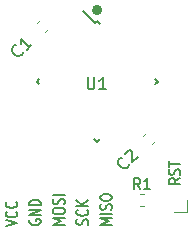
<source format=gbr>
%TF.GenerationSoftware,KiCad,Pcbnew,(5.0.0)*%
%TF.CreationDate,2019-02-01T20:37:48+01:00*%
%TF.ProjectId,HM-LC-Sw1-Pl-DN-R1_OBII,484D2D4C432D5377312D506C2D444E2D,rev?*%
%TF.SameCoordinates,Original*%
%TF.FileFunction,Legend,Top*%
%TF.FilePolarity,Positive*%
%FSLAX46Y46*%
G04 Gerber Fmt 4.6, Leading zero omitted, Abs format (unit mm)*
G04 Created by KiCad (PCBNEW (5.0.0)) date 02/01/19 20:37:48*
%MOMM*%
%LPD*%
G01*
G04 APERTURE LIST*
%ADD10C,0.175000*%
%ADD11C,0.150000*%
%ADD12C,0.120000*%
G04 APERTURE END LIST*
D10*
X156002380Y-95938095D02*
X155526190Y-96204761D01*
X156002380Y-96395238D02*
X155002380Y-96395238D01*
X155002380Y-96090476D01*
X155050000Y-96014285D01*
X155097619Y-95976190D01*
X155192857Y-95938095D01*
X155335714Y-95938095D01*
X155430952Y-95976190D01*
X155478571Y-96014285D01*
X155526190Y-96090476D01*
X155526190Y-96395238D01*
X155954761Y-95633333D02*
X156002380Y-95519047D01*
X156002380Y-95328571D01*
X155954761Y-95252380D01*
X155907142Y-95214285D01*
X155811904Y-95176190D01*
X155716666Y-95176190D01*
X155621428Y-95214285D01*
X155573809Y-95252380D01*
X155526190Y-95328571D01*
X155478571Y-95480952D01*
X155430952Y-95557142D01*
X155383333Y-95595238D01*
X155288095Y-95633333D01*
X155192857Y-95633333D01*
X155097619Y-95595238D01*
X155050000Y-95557142D01*
X155002380Y-95480952D01*
X155002380Y-95290476D01*
X155050000Y-95176190D01*
X155002380Y-94947619D02*
X155002380Y-94490476D01*
X156002380Y-94719047D02*
X155002380Y-94719047D01*
X150202380Y-99857142D02*
X149202380Y-99857142D01*
X149916666Y-99590476D01*
X149202380Y-99323809D01*
X150202380Y-99323809D01*
X150202380Y-98942857D02*
X149202380Y-98942857D01*
X150154761Y-98600000D02*
X150202380Y-98485714D01*
X150202380Y-98295238D01*
X150154761Y-98219047D01*
X150107142Y-98180952D01*
X150011904Y-98142857D01*
X149916666Y-98142857D01*
X149821428Y-98180952D01*
X149773809Y-98219047D01*
X149726190Y-98295238D01*
X149678571Y-98447619D01*
X149630952Y-98523809D01*
X149583333Y-98561904D01*
X149488095Y-98600000D01*
X149392857Y-98600000D01*
X149297619Y-98561904D01*
X149250000Y-98523809D01*
X149202380Y-98447619D01*
X149202380Y-98257142D01*
X149250000Y-98142857D01*
X149202380Y-97647619D02*
X149202380Y-97495238D01*
X149250000Y-97419047D01*
X149345238Y-97342857D01*
X149535714Y-97304761D01*
X149869047Y-97304761D01*
X150059523Y-97342857D01*
X150154761Y-97419047D01*
X150202380Y-97495238D01*
X150202380Y-97647619D01*
X150154761Y-97723809D01*
X150059523Y-97800000D01*
X149869047Y-97838095D01*
X149535714Y-97838095D01*
X149345238Y-97800000D01*
X149250000Y-97723809D01*
X149202380Y-97647619D01*
X148154761Y-99878571D02*
X148202380Y-99764285D01*
X148202380Y-99573809D01*
X148154761Y-99497619D01*
X148107142Y-99459523D01*
X148011904Y-99421428D01*
X147916666Y-99421428D01*
X147821428Y-99459523D01*
X147773809Y-99497619D01*
X147726190Y-99573809D01*
X147678571Y-99726190D01*
X147630952Y-99802380D01*
X147583333Y-99840476D01*
X147488095Y-99878571D01*
X147392857Y-99878571D01*
X147297619Y-99840476D01*
X147250000Y-99802380D01*
X147202380Y-99726190D01*
X147202380Y-99535714D01*
X147250000Y-99421428D01*
X148107142Y-98621428D02*
X148154761Y-98659523D01*
X148202380Y-98773809D01*
X148202380Y-98850000D01*
X148154761Y-98964285D01*
X148059523Y-99040476D01*
X147964285Y-99078571D01*
X147773809Y-99116666D01*
X147630952Y-99116666D01*
X147440476Y-99078571D01*
X147345238Y-99040476D01*
X147250000Y-98964285D01*
X147202380Y-98850000D01*
X147202380Y-98773809D01*
X147250000Y-98659523D01*
X147297619Y-98621428D01*
X148202380Y-98278571D02*
X147202380Y-98278571D01*
X148202380Y-97821428D02*
X147630952Y-98164285D01*
X147202380Y-97821428D02*
X147773809Y-98278571D01*
X146202380Y-99857142D02*
X145202380Y-99857142D01*
X145916666Y-99590476D01*
X145202380Y-99323809D01*
X146202380Y-99323809D01*
X145202380Y-98790476D02*
X145202380Y-98638095D01*
X145250000Y-98561904D01*
X145345238Y-98485714D01*
X145535714Y-98447619D01*
X145869047Y-98447619D01*
X146059523Y-98485714D01*
X146154761Y-98561904D01*
X146202380Y-98638095D01*
X146202380Y-98790476D01*
X146154761Y-98866666D01*
X146059523Y-98942857D01*
X145869047Y-98980952D01*
X145535714Y-98980952D01*
X145345238Y-98942857D01*
X145250000Y-98866666D01*
X145202380Y-98790476D01*
X146154761Y-98142857D02*
X146202380Y-98028571D01*
X146202380Y-97838095D01*
X146154761Y-97761904D01*
X146107142Y-97723809D01*
X146011904Y-97685714D01*
X145916666Y-97685714D01*
X145821428Y-97723809D01*
X145773809Y-97761904D01*
X145726190Y-97838095D01*
X145678571Y-97990476D01*
X145630952Y-98066666D01*
X145583333Y-98104761D01*
X145488095Y-98142857D01*
X145392857Y-98142857D01*
X145297619Y-98104761D01*
X145250000Y-98066666D01*
X145202380Y-97990476D01*
X145202380Y-97800000D01*
X145250000Y-97685714D01*
X146202380Y-97342857D02*
X145202380Y-97342857D01*
X143250000Y-99459523D02*
X143202380Y-99535714D01*
X143202380Y-99650000D01*
X143250000Y-99764285D01*
X143345238Y-99840476D01*
X143440476Y-99878571D01*
X143630952Y-99916666D01*
X143773809Y-99916666D01*
X143964285Y-99878571D01*
X144059523Y-99840476D01*
X144154761Y-99764285D01*
X144202380Y-99650000D01*
X144202380Y-99573809D01*
X144154761Y-99459523D01*
X144107142Y-99421428D01*
X143773809Y-99421428D01*
X143773809Y-99573809D01*
X144202380Y-99078571D02*
X143202380Y-99078571D01*
X144202380Y-98621428D01*
X143202380Y-98621428D01*
X144202380Y-98240476D02*
X143202380Y-98240476D01*
X143202380Y-98050000D01*
X143250000Y-97935714D01*
X143345238Y-97859523D01*
X143440476Y-97821428D01*
X143630952Y-97783333D01*
X143773809Y-97783333D01*
X143964285Y-97821428D01*
X144059523Y-97859523D01*
X144154761Y-97935714D01*
X144202380Y-98050000D01*
X144202380Y-98240476D01*
X141202380Y-100016666D02*
X142202380Y-99750000D01*
X141202380Y-99483333D01*
X142107142Y-98759523D02*
X142154761Y-98797619D01*
X142202380Y-98911904D01*
X142202380Y-98988095D01*
X142154761Y-99102380D01*
X142059523Y-99178571D01*
X141964285Y-99216666D01*
X141773809Y-99254761D01*
X141630952Y-99254761D01*
X141440476Y-99216666D01*
X141345238Y-99178571D01*
X141250000Y-99102380D01*
X141202380Y-98988095D01*
X141202380Y-98911904D01*
X141250000Y-98797619D01*
X141297619Y-98759523D01*
X142107142Y-97959523D02*
X142154761Y-97997619D01*
X142202380Y-98111904D01*
X142202380Y-98188095D01*
X142154761Y-98302380D01*
X142059523Y-98378571D01*
X141964285Y-98416666D01*
X141773809Y-98454761D01*
X141630952Y-98454761D01*
X141440476Y-98416666D01*
X141345238Y-98378571D01*
X141250000Y-98302380D01*
X141202380Y-98188095D01*
X141202380Y-98111904D01*
X141250000Y-97997619D01*
X141297619Y-97959523D01*
D11*
X149310555Y-81700000D02*
G75*
G03X149310555Y-81700000I-360555J0D01*
G01*
X149162132Y-81700000D02*
G75*
G03X149162132Y-81700000I-212132J0D01*
G01*
X149020711Y-81700000D02*
G75*
G03X149020711Y-81700000I-70711J0D01*
G01*
D12*
X156560000Y-97750000D02*
X156560000Y-98810000D01*
X156560000Y-98810000D02*
X155500000Y-98810000D01*
D11*
X148950000Y-82623476D02*
X148790901Y-82782575D01*
X154076524Y-87750000D02*
X153846714Y-87979810D01*
X148950000Y-92876524D02*
X149179810Y-92646714D01*
X143823476Y-87750000D02*
X144053286Y-87520190D01*
X148950000Y-82623476D02*
X149179810Y-82853286D01*
X143823476Y-87750000D02*
X144053286Y-87979810D01*
X148950000Y-92876524D02*
X148720190Y-92646714D01*
X154076524Y-87750000D02*
X153846714Y-87520190D01*
X148790901Y-82782575D02*
X147783274Y-81774948D01*
D12*
X144564520Y-83531729D02*
X144806729Y-83289520D01*
X143843271Y-82810480D02*
X144085480Y-82568271D01*
X152868271Y-92335480D02*
X153110480Y-92093271D01*
X153589520Y-93056729D02*
X153831729Y-92814520D01*
X152553733Y-97240000D02*
X152896267Y-97240000D01*
X152553733Y-98260000D02*
X152896267Y-98260000D01*
D11*
X148138095Y-87402380D02*
X148138095Y-88211904D01*
X148185714Y-88307142D01*
X148233333Y-88354761D01*
X148328571Y-88402380D01*
X148519047Y-88402380D01*
X148614285Y-88354761D01*
X148661904Y-88307142D01*
X148709523Y-88211904D01*
X148709523Y-87402380D01*
X149709523Y-88402380D02*
X149138095Y-88402380D01*
X149423809Y-88402380D02*
X149423809Y-87402380D01*
X149328571Y-87545238D01*
X149233333Y-87640476D01*
X149138095Y-87688095D01*
X142634687Y-85270389D02*
X142634687Y-85337732D01*
X142567343Y-85472419D01*
X142500000Y-85539763D01*
X142365312Y-85607106D01*
X142230625Y-85607106D01*
X142129610Y-85573435D01*
X141961251Y-85472419D01*
X141860236Y-85371404D01*
X141759221Y-85203045D01*
X141725549Y-85102030D01*
X141725549Y-84967343D01*
X141792893Y-84832656D01*
X141860236Y-84765312D01*
X141994923Y-84697969D01*
X142062267Y-84697969D01*
X143375465Y-84664297D02*
X142971404Y-85068358D01*
X143173435Y-84866328D02*
X142466328Y-84159221D01*
X142500000Y-84327580D01*
X142500000Y-84462267D01*
X142466328Y-84563282D01*
X151634687Y-94770389D02*
X151634687Y-94837732D01*
X151567343Y-94972419D01*
X151500000Y-95039763D01*
X151365312Y-95107106D01*
X151230625Y-95107106D01*
X151129610Y-95073435D01*
X150961251Y-94972419D01*
X150860236Y-94871404D01*
X150759221Y-94703045D01*
X150725549Y-94602030D01*
X150725549Y-94467343D01*
X150792893Y-94332656D01*
X150860236Y-94265312D01*
X150994923Y-94197969D01*
X151062267Y-94197969D01*
X151331641Y-93928595D02*
X151331641Y-93861251D01*
X151365312Y-93760236D01*
X151533671Y-93591877D01*
X151634687Y-93558206D01*
X151702030Y-93558206D01*
X151803045Y-93591877D01*
X151870389Y-93659221D01*
X151937732Y-93793908D01*
X151937732Y-94602030D01*
X152375465Y-94164297D01*
X152600000Y-96857142D02*
X152300000Y-96428571D01*
X152085714Y-96857142D02*
X152085714Y-95957142D01*
X152428571Y-95957142D01*
X152514285Y-96000000D01*
X152557142Y-96042857D01*
X152600000Y-96128571D01*
X152600000Y-96257142D01*
X152557142Y-96342857D01*
X152514285Y-96385714D01*
X152428571Y-96428571D01*
X152085714Y-96428571D01*
X153457142Y-96857142D02*
X152942857Y-96857142D01*
X153200000Y-96857142D02*
X153200000Y-95957142D01*
X153114285Y-96085714D01*
X153028571Y-96171428D01*
X152942857Y-96214285D01*
M02*

</source>
